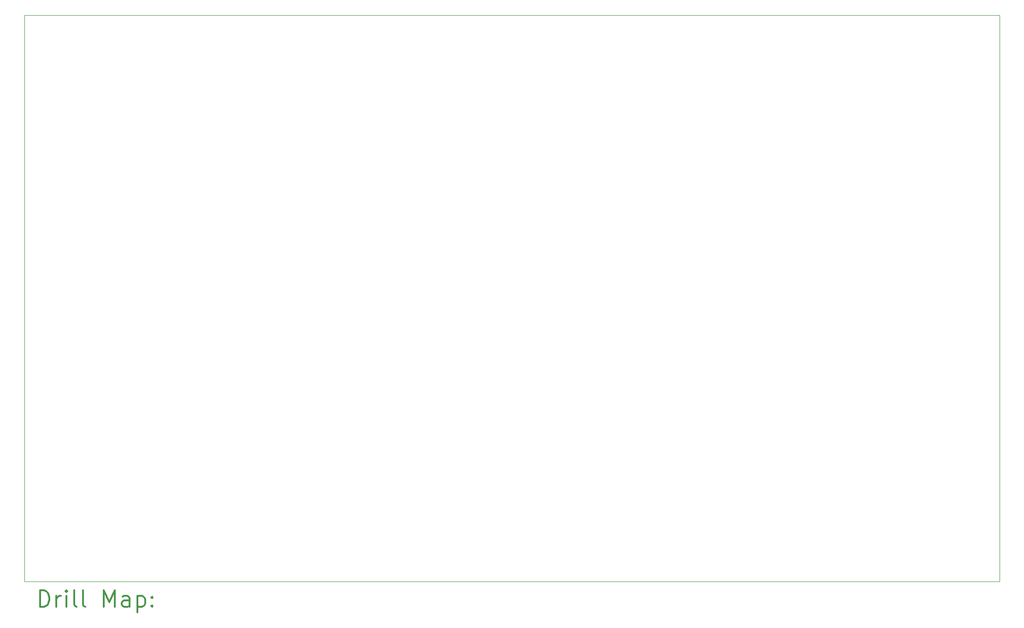
<source format=gbr>
%FSLAX45Y45*%
G04 Gerber Fmt 4.5, Leading zero omitted, Abs format (unit mm)*
G04 Created by KiCad (PCBNEW (5.1.5)-3) date 2020-12-14 09:37:36*
%MOMM*%
%LPD*%
G04 APERTURE LIST*
%TA.AperFunction,Profile*%
%ADD10C,0.050000*%
%TD*%
%ADD11C,0.200000*%
%ADD12C,0.300000*%
G04 APERTURE END LIST*
D10*
X2921000Y-15494000D02*
X2921000Y-5080000D01*
X20828000Y-15494000D02*
X2921000Y-15494000D01*
X20828000Y-5080000D02*
X20828000Y-15494000D01*
X2921000Y-5080000D02*
X20828000Y-5080000D01*
D11*
D12*
X3204928Y-15962214D02*
X3204928Y-15662214D01*
X3276357Y-15662214D01*
X3319214Y-15676500D01*
X3347786Y-15705071D01*
X3362071Y-15733643D01*
X3376357Y-15790786D01*
X3376357Y-15833643D01*
X3362071Y-15890786D01*
X3347786Y-15919357D01*
X3319214Y-15947929D01*
X3276357Y-15962214D01*
X3204928Y-15962214D01*
X3504928Y-15962214D02*
X3504928Y-15762214D01*
X3504928Y-15819357D02*
X3519214Y-15790786D01*
X3533500Y-15776500D01*
X3562071Y-15762214D01*
X3590643Y-15762214D01*
X3690643Y-15962214D02*
X3690643Y-15762214D01*
X3690643Y-15662214D02*
X3676357Y-15676500D01*
X3690643Y-15690786D01*
X3704928Y-15676500D01*
X3690643Y-15662214D01*
X3690643Y-15690786D01*
X3876357Y-15962214D02*
X3847786Y-15947929D01*
X3833500Y-15919357D01*
X3833500Y-15662214D01*
X4033500Y-15962214D02*
X4004928Y-15947929D01*
X3990643Y-15919357D01*
X3990643Y-15662214D01*
X4376357Y-15962214D02*
X4376357Y-15662214D01*
X4476357Y-15876500D01*
X4576357Y-15662214D01*
X4576357Y-15962214D01*
X4847786Y-15962214D02*
X4847786Y-15805071D01*
X4833500Y-15776500D01*
X4804928Y-15762214D01*
X4747786Y-15762214D01*
X4719214Y-15776500D01*
X4847786Y-15947929D02*
X4819214Y-15962214D01*
X4747786Y-15962214D01*
X4719214Y-15947929D01*
X4704928Y-15919357D01*
X4704928Y-15890786D01*
X4719214Y-15862214D01*
X4747786Y-15847929D01*
X4819214Y-15847929D01*
X4847786Y-15833643D01*
X4990643Y-15762214D02*
X4990643Y-16062214D01*
X4990643Y-15776500D02*
X5019214Y-15762214D01*
X5076357Y-15762214D01*
X5104928Y-15776500D01*
X5119214Y-15790786D01*
X5133500Y-15819357D01*
X5133500Y-15905071D01*
X5119214Y-15933643D01*
X5104928Y-15947929D01*
X5076357Y-15962214D01*
X5019214Y-15962214D01*
X4990643Y-15947929D01*
X5262071Y-15933643D02*
X5276357Y-15947929D01*
X5262071Y-15962214D01*
X5247786Y-15947929D01*
X5262071Y-15933643D01*
X5262071Y-15962214D01*
X5262071Y-15776500D02*
X5276357Y-15790786D01*
X5262071Y-15805071D01*
X5247786Y-15790786D01*
X5262071Y-15776500D01*
X5262071Y-15805071D01*
M02*

</source>
